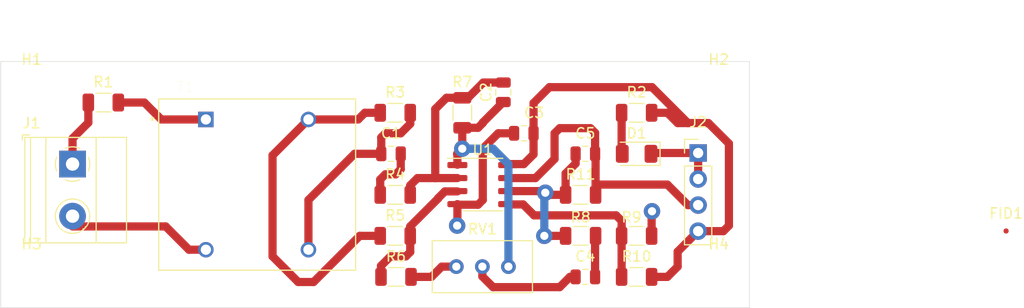
<source format=kicad_pcb>
(kicad_pcb (version 20171130) (host pcbnew "(5.1.9)-1")

  (general
    (thickness 1.6)
    (drawings 6)
    (tracks 146)
    (zones 0)
    (modules 27)
    (nets 18)
  )

  (page A4)
  (title_block
    (title "ZMPT101B - Sensor De Voltaje AC")
    (date 2021-04-08)
    (rev 1)
    (company "Creative Commons Attribution-NonCommercial-ShareAlike 4.0 International License")
    (comment 1 "Revisor: Felipe Calcavecchia")
    (comment 2 "Autor: Cristian Trinidad")
  )

  (layers
    (0 F.Cu signal)
    (31 B.Cu signal)
    (32 B.Adhes user)
    (33 F.Adhes user)
    (34 B.Paste user)
    (35 F.Paste user)
    (36 B.SilkS user)
    (37 F.SilkS user)
    (38 B.Mask user)
    (39 F.Mask user)
    (40 Dwgs.User user)
    (41 Cmts.User user)
    (42 Eco1.User user)
    (43 Eco2.User user)
    (44 Edge.Cuts user)
    (45 Margin user)
    (46 B.CrtYd user hide)
    (47 F.CrtYd user)
    (48 B.Fab user)
    (49 F.Fab user hide)
  )

  (setup
    (last_trace_width 0.8)
    (user_trace_width 0.8)
    (user_trace_width 1)
    (user_trace_width 1.2)
    (trace_clearance 0.5)
    (zone_clearance 0.508)
    (zone_45_only no)
    (trace_min 0.2)
    (via_size 0.8)
    (via_drill 0.4)
    (via_min_size 0.4)
    (via_min_drill 0.3)
    (user_via 1.6 0.8)
    (user_via 2 1)
    (uvia_size 0.3)
    (uvia_drill 0.1)
    (uvias_allowed no)
    (uvia_min_size 0.2)
    (uvia_min_drill 0.1)
    (edge_width 0.05)
    (segment_width 0.2)
    (pcb_text_width 0.3)
    (pcb_text_size 1.5 1.5)
    (mod_edge_width 0.12)
    (mod_text_size 1 1)
    (mod_text_width 0.15)
    (pad_size 1.524 1.524)
    (pad_drill 0.762)
    (pad_to_mask_clearance 0)
    (aux_axis_origin 0 0)
    (visible_elements 7FFFFFFF)
    (pcbplotparams
      (layerselection 0x010fc_ffffffff)
      (usegerberextensions false)
      (usegerberattributes true)
      (usegerberadvancedattributes true)
      (creategerberjobfile true)
      (excludeedgelayer true)
      (linewidth 0.100000)
      (plotframeref false)
      (viasonmask false)
      (mode 1)
      (useauxorigin false)
      (hpglpennumber 1)
      (hpglpenspeed 20)
      (hpglpendiameter 15.000000)
      (psnegative false)
      (psa4output false)
      (plotreference true)
      (plotvalue true)
      (plotinvisibletext false)
      (padsonsilk false)
      (subtractmaskfromsilk false)
      (outputformat 1)
      (mirror false)
      (drillshape 1)
      (scaleselection 1)
      (outputdirectory ""))
  )

  (net 0 "")
  (net 1 "Net-(C1-Pad1)")
  (net 2 "Net-(C1-Pad2)")
  (net 3 "Net-(C2-Pad2)")
  (net 4 "Net-(C2-Pad1)")
  (net 5 +5V)
  (net 6 GND)
  (net 7 "Net-(C4-Pad1)")
  (net 8 "Net-(C4-Pad2)")
  (net 9 "Net-(C5-Pad2)")
  (net 10 /OUT)
  (net 11 "Net-(D1-Pad2)")
  (net 12 "Net-(J1-Pad1)")
  (net 13 "Net-(J1-Pad2)")
  (net 14 "Net-(R1-Pad1)")
  (net 15 "Net-(R3-Pad2)")
  (net 16 "Net-(R5-Pad1)")
  (net 17 "Net-(R10-Pad2)")

  (net_class Default "This is the default net class."
    (clearance 0.5)
    (trace_width 0.25)
    (via_dia 0.8)
    (via_drill 0.4)
    (uvia_dia 0.3)
    (uvia_drill 0.1)
    (add_net +5V)
    (add_net /OUT)
    (add_net GND)
    (add_net "Net-(C1-Pad1)")
    (add_net "Net-(C1-Pad2)")
    (add_net "Net-(C2-Pad1)")
    (add_net "Net-(C2-Pad2)")
    (add_net "Net-(C4-Pad1)")
    (add_net "Net-(C4-Pad2)")
    (add_net "Net-(C5-Pad2)")
    (add_net "Net-(D1-Pad2)")
    (add_net "Net-(J1-Pad1)")
    (add_net "Net-(J1-Pad2)")
    (add_net "Net-(R1-Pad1)")
    (add_net "Net-(R10-Pad2)")
    (add_net "Net-(R3-Pad2)")
    (add_net "Net-(R5-Pad1)")
  )

  (module Capacitor_SMD:C_0805_2012Metric (layer F.Cu) (tedit 5F68FEEE) (tstamp 606EAA01)
    (at 150.05 96 180)
    (descr "Capacitor SMD 0805 (2012 Metric), square (rectangular) end terminal, IPC_7351 nominal, (Body size source: IPC-SM-782 page 76, https://www.pcb-3d.com/wordpress/wp-content/uploads/ipc-sm-782a_amendment_1_and_2.pdf, https://docs.google.com/spreadsheets/d/1BsfQQcO9C6DZCsRaXUlFlo91Tg2WpOkGARC1WS5S8t0/edit?usp=sharing), generated with kicad-footprint-generator")
    (tags capacitor)
    (path /605606A8)
    (attr smd)
    (fp_text reference C1 (at 0 2) (layer F.SilkS)
      (effects (font (size 1 1) (thickness 0.15)))
    )
    (fp_text value 1u (at 0 1.68) (layer F.Fab)
      (effects (font (size 1 1) (thickness 0.15)))
    )
    (fp_line (start -1 0.625) (end -1 -0.625) (layer F.Fab) (width 0.1))
    (fp_line (start -1 -0.625) (end 1 -0.625) (layer F.Fab) (width 0.1))
    (fp_line (start 1 -0.625) (end 1 0.625) (layer F.Fab) (width 0.1))
    (fp_line (start 1 0.625) (end -1 0.625) (layer F.Fab) (width 0.1))
    (fp_line (start -0.261252 -0.735) (end 0.261252 -0.735) (layer F.SilkS) (width 0.12))
    (fp_line (start -0.261252 0.735) (end 0.261252 0.735) (layer F.SilkS) (width 0.12))
    (fp_line (start -1.7 0.98) (end -1.7 -0.98) (layer F.CrtYd) (width 0.05))
    (fp_line (start -1.7 -0.98) (end 1.7 -0.98) (layer F.CrtYd) (width 0.05))
    (fp_line (start 1.7 -0.98) (end 1.7 0.98) (layer F.CrtYd) (width 0.05))
    (fp_line (start 1.7 0.98) (end -1.7 0.98) (layer F.CrtYd) (width 0.05))
    (fp_text user %R (at 0 0) (layer F.Fab)
      (effects (font (size 0.5 0.5) (thickness 0.08)))
    )
    (pad 1 smd roundrect (at -0.95 0 180) (size 1 1.45) (layers F.Cu F.Paste F.Mask) (roundrect_rratio 0.25)
      (net 1 "Net-(C1-Pad1)"))
    (pad 2 smd roundrect (at 0.95 0 180) (size 1 1.45) (layers F.Cu F.Paste F.Mask) (roundrect_rratio 0.25)
      (net 2 "Net-(C1-Pad2)"))
    (model ${KISYS3DMOD}/Capacitor_SMD.3dshapes/C_0805_2012Metric.wrl
      (at (xyz 0 0 0))
      (scale (xyz 1 1 1))
      (rotate (xyz 0 0 0))
    )
  )

  (module Capacitor_SMD:C_0805_2012Metric (layer F.Cu) (tedit 5F68FEEE) (tstamp 606EAA12)
    (at 161 90 90)
    (descr "Capacitor SMD 0805 (2012 Metric), square (rectangular) end terminal, IPC_7351 nominal, (Body size source: IPC-SM-782 page 76, https://www.pcb-3d.com/wordpress/wp-content/uploads/ipc-sm-782a_amendment_1_and_2.pdf, https://docs.google.com/spreadsheets/d/1BsfQQcO9C6DZCsRaXUlFlo91Tg2WpOkGARC1WS5S8t0/edit?usp=sharing), generated with kicad-footprint-generator")
    (tags capacitor)
    (path /6056107D)
    (attr smd)
    (fp_text reference C2 (at 0 -1.68 90) (layer F.SilkS)
      (effects (font (size 1 1) (thickness 0.15)))
    )
    (fp_text value 1n (at 0 1.68 90) (layer F.Fab)
      (effects (font (size 1 1) (thickness 0.15)))
    )
    (fp_line (start 1.7 0.98) (end -1.7 0.98) (layer F.CrtYd) (width 0.05))
    (fp_line (start 1.7 -0.98) (end 1.7 0.98) (layer F.CrtYd) (width 0.05))
    (fp_line (start -1.7 -0.98) (end 1.7 -0.98) (layer F.CrtYd) (width 0.05))
    (fp_line (start -1.7 0.98) (end -1.7 -0.98) (layer F.CrtYd) (width 0.05))
    (fp_line (start -0.261252 0.735) (end 0.261252 0.735) (layer F.SilkS) (width 0.12))
    (fp_line (start -0.261252 -0.735) (end 0.261252 -0.735) (layer F.SilkS) (width 0.12))
    (fp_line (start 1 0.625) (end -1 0.625) (layer F.Fab) (width 0.1))
    (fp_line (start 1 -0.625) (end 1 0.625) (layer F.Fab) (width 0.1))
    (fp_line (start -1 -0.625) (end 1 -0.625) (layer F.Fab) (width 0.1))
    (fp_line (start -1 0.625) (end -1 -0.625) (layer F.Fab) (width 0.1))
    (fp_text user %R (at 0 0 90) (layer F.Fab)
      (effects (font (size 0.5 0.5) (thickness 0.08)))
    )
    (pad 2 smd roundrect (at 0.95 0 90) (size 1 1.45) (layers F.Cu F.Paste F.Mask) (roundrect_rratio 0.25)
      (net 3 "Net-(C2-Pad2)"))
    (pad 1 smd roundrect (at -0.95 0 90) (size 1 1.45) (layers F.Cu F.Paste F.Mask) (roundrect_rratio 0.25)
      (net 4 "Net-(C2-Pad1)"))
    (model ${KISYS3DMOD}/Capacitor_SMD.3dshapes/C_0805_2012Metric.wrl
      (at (xyz 0 0 0))
      (scale (xyz 1 1 1))
      (rotate (xyz 0 0 0))
    )
  )

  (module Capacitor_SMD:C_0805_2012Metric (layer F.Cu) (tedit 5F68FEEE) (tstamp 606EB311)
    (at 163 94 180)
    (descr "Capacitor SMD 0805 (2012 Metric), square (rectangular) end terminal, IPC_7351 nominal, (Body size source: IPC-SM-782 page 76, https://www.pcb-3d.com/wordpress/wp-content/uploads/ipc-sm-782a_amendment_1_and_2.pdf, https://docs.google.com/spreadsheets/d/1BsfQQcO9C6DZCsRaXUlFlo91Tg2WpOkGARC1WS5S8t0/edit?usp=sharing), generated with kicad-footprint-generator")
    (tags capacitor)
    (path /60562FDF)
    (attr smd)
    (fp_text reference C3 (at -1 2) (layer F.SilkS)
      (effects (font (size 1 1) (thickness 0.15)))
    )
    (fp_text value 1n (at 0 1.68) (layer F.Fab)
      (effects (font (size 1 1) (thickness 0.15)))
    )
    (fp_line (start -1 0.625) (end -1 -0.625) (layer F.Fab) (width 0.1))
    (fp_line (start -1 -0.625) (end 1 -0.625) (layer F.Fab) (width 0.1))
    (fp_line (start 1 -0.625) (end 1 0.625) (layer F.Fab) (width 0.1))
    (fp_line (start 1 0.625) (end -1 0.625) (layer F.Fab) (width 0.1))
    (fp_line (start -0.261252 -0.735) (end 0.261252 -0.735) (layer F.SilkS) (width 0.12))
    (fp_line (start -0.261252 0.735) (end 0.261252 0.735) (layer F.SilkS) (width 0.12))
    (fp_line (start -1.7 0.98) (end -1.7 -0.98) (layer F.CrtYd) (width 0.05))
    (fp_line (start -1.7 -0.98) (end 1.7 -0.98) (layer F.CrtYd) (width 0.05))
    (fp_line (start 1.7 -0.98) (end 1.7 0.98) (layer F.CrtYd) (width 0.05))
    (fp_line (start 1.7 0.98) (end -1.7 0.98) (layer F.CrtYd) (width 0.05))
    (fp_text user %R (at 0 0) (layer F.Fab)
      (effects (font (size 0.5 0.5) (thickness 0.08)))
    )
    (pad 1 smd roundrect (at -0.95 0 180) (size 1 1.45) (layers F.Cu F.Paste F.Mask) (roundrect_rratio 0.25)
      (net 5 +5V))
    (pad 2 smd roundrect (at 0.95 0 180) (size 1 1.45) (layers F.Cu F.Paste F.Mask) (roundrect_rratio 0.25)
      (net 6 GND))
    (model ${KISYS3DMOD}/Capacitor_SMD.3dshapes/C_0805_2012Metric.wrl
      (at (xyz 0 0 0))
      (scale (xyz 1 1 1))
      (rotate (xyz 0 0 0))
    )
  )

  (module Capacitor_SMD:C_0805_2012Metric (layer F.Cu) (tedit 5F68FEEE) (tstamp 606EB455)
    (at 169 108 180)
    (descr "Capacitor SMD 0805 (2012 Metric), square (rectangular) end terminal, IPC_7351 nominal, (Body size source: IPC-SM-782 page 76, https://www.pcb-3d.com/wordpress/wp-content/uploads/ipc-sm-782a_amendment_1_and_2.pdf, https://docs.google.com/spreadsheets/d/1BsfQQcO9C6DZCsRaXUlFlo91Tg2WpOkGARC1WS5S8t0/edit?usp=sharing), generated with kicad-footprint-generator")
    (tags capacitor)
    (path /605619EC)
    (attr smd)
    (fp_text reference C4 (at 0 2) (layer F.SilkS)
      (effects (font (size 1 1) (thickness 0.15)))
    )
    (fp_text value 1u (at 0 1.68) (layer F.Fab)
      (effects (font (size 1 1) (thickness 0.15)))
    )
    (fp_line (start -1 0.625) (end -1 -0.625) (layer F.Fab) (width 0.1))
    (fp_line (start -1 -0.625) (end 1 -0.625) (layer F.Fab) (width 0.1))
    (fp_line (start 1 -0.625) (end 1 0.625) (layer F.Fab) (width 0.1))
    (fp_line (start 1 0.625) (end -1 0.625) (layer F.Fab) (width 0.1))
    (fp_line (start -0.261252 -0.735) (end 0.261252 -0.735) (layer F.SilkS) (width 0.12))
    (fp_line (start -0.261252 0.735) (end 0.261252 0.735) (layer F.SilkS) (width 0.12))
    (fp_line (start -1.7 0.98) (end -1.7 -0.98) (layer F.CrtYd) (width 0.05))
    (fp_line (start -1.7 -0.98) (end 1.7 -0.98) (layer F.CrtYd) (width 0.05))
    (fp_line (start 1.7 -0.98) (end 1.7 0.98) (layer F.CrtYd) (width 0.05))
    (fp_line (start 1.7 0.98) (end -1.7 0.98) (layer F.CrtYd) (width 0.05))
    (fp_text user %R (at 0 0) (layer F.Fab)
      (effects (font (size 0.5 0.5) (thickness 0.08)))
    )
    (pad 1 smd roundrect (at -0.95 0 180) (size 1 1.45) (layers F.Cu F.Paste F.Mask) (roundrect_rratio 0.25)
      (net 7 "Net-(C4-Pad1)"))
    (pad 2 smd roundrect (at 0.95 0 180) (size 1 1.45) (layers F.Cu F.Paste F.Mask) (roundrect_rratio 0.25)
      (net 8 "Net-(C4-Pad2)"))
    (model ${KISYS3DMOD}/Capacitor_SMD.3dshapes/C_0805_2012Metric.wrl
      (at (xyz 0 0 0))
      (scale (xyz 1 1 1))
      (rotate (xyz 0 0 0))
    )
  )

  (module Capacitor_SMD:C_0805_2012Metric (layer F.Cu) (tedit 5F68FEEE) (tstamp 606EB28F)
    (at 169 96 180)
    (descr "Capacitor SMD 0805 (2012 Metric), square (rectangular) end terminal, IPC_7351 nominal, (Body size source: IPC-SM-782 page 76, https://www.pcb-3d.com/wordpress/wp-content/uploads/ipc-sm-782a_amendment_1_and_2.pdf, https://docs.google.com/spreadsheets/d/1BsfQQcO9C6DZCsRaXUlFlo91Tg2WpOkGARC1WS5S8t0/edit?usp=sharing), generated with kicad-footprint-generator")
    (tags capacitor)
    (path /605622C8)
    (attr smd)
    (fp_text reference C5 (at 0 2) (layer F.SilkS)
      (effects (font (size 1 1) (thickness 0.15)))
    )
    (fp_text value 1n (at 0 1.68) (layer F.Fab)
      (effects (font (size 1 1) (thickness 0.15)))
    )
    (fp_line (start 1.7 0.98) (end -1.7 0.98) (layer F.CrtYd) (width 0.05))
    (fp_line (start 1.7 -0.98) (end 1.7 0.98) (layer F.CrtYd) (width 0.05))
    (fp_line (start -1.7 -0.98) (end 1.7 -0.98) (layer F.CrtYd) (width 0.05))
    (fp_line (start -1.7 0.98) (end -1.7 -0.98) (layer F.CrtYd) (width 0.05))
    (fp_line (start -0.261252 0.735) (end 0.261252 0.735) (layer F.SilkS) (width 0.12))
    (fp_line (start -0.261252 -0.735) (end 0.261252 -0.735) (layer F.SilkS) (width 0.12))
    (fp_line (start 1 0.625) (end -1 0.625) (layer F.Fab) (width 0.1))
    (fp_line (start 1 -0.625) (end 1 0.625) (layer F.Fab) (width 0.1))
    (fp_line (start -1 -0.625) (end 1 -0.625) (layer F.Fab) (width 0.1))
    (fp_line (start -1 0.625) (end -1 -0.625) (layer F.Fab) (width 0.1))
    (fp_text user %R (at 0 0) (layer F.Fab)
      (effects (font (size 0.5 0.5) (thickness 0.08)))
    )
    (pad 2 smd roundrect (at 0.95 0 180) (size 1 1.45) (layers F.Cu F.Paste F.Mask) (roundrect_rratio 0.25)
      (net 9 "Net-(C5-Pad2)"))
    (pad 1 smd roundrect (at -0.95 0 180) (size 1 1.45) (layers F.Cu F.Paste F.Mask) (roundrect_rratio 0.25)
      (net 10 /OUT))
    (model ${KISYS3DMOD}/Capacitor_SMD.3dshapes/C_0805_2012Metric.wrl
      (at (xyz 0 0 0))
      (scale (xyz 1 1 1))
      (rotate (xyz 0 0 0))
    )
  )

  (module LED_SMD:LED_1206_3216Metric (layer F.Cu) (tedit 5F68FEF1) (tstamp 606EAA58)
    (at 174 96 180)
    (descr "LED SMD 1206 (3216 Metric), square (rectangular) end terminal, IPC_7351 nominal, (Body size source: http://www.tortai-tech.com/upload/download/2011102023233369053.pdf), generated with kicad-footprint-generator")
    (tags LED)
    (path /605638A9)
    (attr smd)
    (fp_text reference D1 (at 0 2) (layer F.SilkS)
      (effects (font (size 1 1) (thickness 0.15)))
    )
    (fp_text value LED_ALT (at 0 1.82) (layer F.Fab)
      (effects (font (size 1 1) (thickness 0.15)))
    )
    (fp_line (start 1.6 -0.8) (end -1.2 -0.8) (layer F.Fab) (width 0.1))
    (fp_line (start -1.2 -0.8) (end -1.6 -0.4) (layer F.Fab) (width 0.1))
    (fp_line (start -1.6 -0.4) (end -1.6 0.8) (layer F.Fab) (width 0.1))
    (fp_line (start -1.6 0.8) (end 1.6 0.8) (layer F.Fab) (width 0.1))
    (fp_line (start 1.6 0.8) (end 1.6 -0.8) (layer F.Fab) (width 0.1))
    (fp_line (start 1.6 -1.135) (end -2.285 -1.135) (layer F.SilkS) (width 0.12))
    (fp_line (start -2.285 -1.135) (end -2.285 1.135) (layer F.SilkS) (width 0.12))
    (fp_line (start -2.285 1.135) (end 1.6 1.135) (layer F.SilkS) (width 0.12))
    (fp_line (start -2.28 1.12) (end -2.28 -1.12) (layer F.CrtYd) (width 0.05))
    (fp_line (start -2.28 -1.12) (end 2.28 -1.12) (layer F.CrtYd) (width 0.05))
    (fp_line (start 2.28 -1.12) (end 2.28 1.12) (layer F.CrtYd) (width 0.05))
    (fp_line (start 2.28 1.12) (end -2.28 1.12) (layer F.CrtYd) (width 0.05))
    (fp_text user %R (at 0 0) (layer F.Fab)
      (effects (font (size 0.8 0.8) (thickness 0.12)))
    )
    (pad 1 smd roundrect (at -1.4 0 180) (size 1.25 1.75) (layers F.Cu F.Paste F.Mask) (roundrect_rratio 0.2)
      (net 6 GND))
    (pad 2 smd roundrect (at 1.4 0 180) (size 1.25 1.75) (layers F.Cu F.Paste F.Mask) (roundrect_rratio 0.2)
      (net 11 "Net-(D1-Pad2)"))
    (model ${KISYS3DMOD}/LED_SMD.3dshapes/LED_1206_3216Metric.wrl
      (at (xyz 0 0 0))
      (scale (xyz 1 1 1))
      (rotate (xyz 0 0 0))
    )
  )

  (module TerminalBlock_Phoenix:TerminalBlock_Phoenix_MKDS-1,5-2-5.08_1x02_P5.08mm_Horizontal (layer F.Cu) (tedit 5B294EBC) (tstamp 606EAA84)
    (at 119 97 270)
    (descr "Terminal Block Phoenix MKDS-1,5-2-5.08, 2 pins, pitch 5.08mm, size 10.2x9.8mm^2, drill diamater 1.3mm, pad diameter 2.6mm, see http://www.farnell.com/datasheets/100425.pdf, script-generated using https://github.com/pointhi/kicad-footprint-generator/scripts/TerminalBlock_Phoenix")
    (tags "THT Terminal Block Phoenix MKDS-1,5-2-5.08 pitch 5.08mm size 10.2x9.8mm^2 drill 1.3mm pad 2.6mm")
    (path /6056CAEF)
    (fp_text reference J1 (at -4 4 180) (layer F.SilkS)
      (effects (font (size 1 1) (thickness 0.15)))
    )
    (fp_text value Conn_01x02 (at 2.54 5.66 90) (layer F.Fab)
      (effects (font (size 1 1) (thickness 0.15)))
    )
    (fp_circle (center 0 0) (end 1.5 0) (layer F.Fab) (width 0.1))
    (fp_circle (center 5.08 0) (end 6.58 0) (layer F.Fab) (width 0.1))
    (fp_circle (center 5.08 0) (end 6.76 0) (layer F.SilkS) (width 0.12))
    (fp_line (start -2.54 -5.2) (end 7.62 -5.2) (layer F.Fab) (width 0.1))
    (fp_line (start 7.62 -5.2) (end 7.62 4.6) (layer F.Fab) (width 0.1))
    (fp_line (start 7.62 4.6) (end -2.04 4.6) (layer F.Fab) (width 0.1))
    (fp_line (start -2.04 4.6) (end -2.54 4.1) (layer F.Fab) (width 0.1))
    (fp_line (start -2.54 4.1) (end -2.54 -5.2) (layer F.Fab) (width 0.1))
    (fp_line (start -2.54 4.1) (end 7.62 4.1) (layer F.Fab) (width 0.1))
    (fp_line (start -2.6 4.1) (end 7.68 4.1) (layer F.SilkS) (width 0.12))
    (fp_line (start -2.54 2.6) (end 7.62 2.6) (layer F.Fab) (width 0.1))
    (fp_line (start -2.6 2.6) (end 7.68 2.6) (layer F.SilkS) (width 0.12))
    (fp_line (start -2.54 -2.3) (end 7.62 -2.3) (layer F.Fab) (width 0.1))
    (fp_line (start -2.6 -2.301) (end 7.68 -2.301) (layer F.SilkS) (width 0.12))
    (fp_line (start -2.6 -5.261) (end 7.68 -5.261) (layer F.SilkS) (width 0.12))
    (fp_line (start -2.6 4.66) (end 7.68 4.66) (layer F.SilkS) (width 0.12))
    (fp_line (start -2.6 -5.261) (end -2.6 4.66) (layer F.SilkS) (width 0.12))
    (fp_line (start 7.68 -5.261) (end 7.68 4.66) (layer F.SilkS) (width 0.12))
    (fp_line (start 1.138 -0.955) (end -0.955 1.138) (layer F.Fab) (width 0.1))
    (fp_line (start 0.955 -1.138) (end -1.138 0.955) (layer F.Fab) (width 0.1))
    (fp_line (start 6.218 -0.955) (end 4.126 1.138) (layer F.Fab) (width 0.1))
    (fp_line (start 6.035 -1.138) (end 3.943 0.955) (layer F.Fab) (width 0.1))
    (fp_line (start 6.355 -1.069) (end 6.308 -1.023) (layer F.SilkS) (width 0.12))
    (fp_line (start 4.046 1.239) (end 4.011 1.274) (layer F.SilkS) (width 0.12))
    (fp_line (start 6.15 -1.275) (end 6.115 -1.239) (layer F.SilkS) (width 0.12))
    (fp_line (start 3.853 1.023) (end 3.806 1.069) (layer F.SilkS) (width 0.12))
    (fp_line (start -2.84 4.16) (end -2.84 4.9) (layer F.SilkS) (width 0.12))
    (fp_line (start -2.84 4.9) (end -2.34 4.9) (layer F.SilkS) (width 0.12))
    (fp_line (start -3.04 -5.71) (end -3.04 5.1) (layer F.CrtYd) (width 0.05))
    (fp_line (start -3.04 5.1) (end 8.13 5.1) (layer F.CrtYd) (width 0.05))
    (fp_line (start 8.13 5.1) (end 8.13 -5.71) (layer F.CrtYd) (width 0.05))
    (fp_line (start 8.13 -5.71) (end -3.04 -5.71) (layer F.CrtYd) (width 0.05))
    (fp_arc (start 0 0) (end 0 1.68) (angle -24) (layer F.SilkS) (width 0.12))
    (fp_arc (start 0 0) (end 1.535 0.684) (angle -48) (layer F.SilkS) (width 0.12))
    (fp_arc (start 0 0) (end 0.684 -1.535) (angle -48) (layer F.SilkS) (width 0.12))
    (fp_arc (start 0 0) (end -1.535 -0.684) (angle -48) (layer F.SilkS) (width 0.12))
    (fp_arc (start 0 0) (end -0.684 1.535) (angle -25) (layer F.SilkS) (width 0.12))
    (fp_text user %R (at 2.54 3.2 90) (layer F.Fab)
      (effects (font (size 1 1) (thickness 0.15)))
    )
    (pad 1 thru_hole rect (at 0 0 270) (size 2.6 2.6) (drill 1.3) (layers *.Cu *.Mask)
      (net 12 "Net-(J1-Pad1)"))
    (pad 2 thru_hole circle (at 5.08 0 270) (size 2.6 2.6) (drill 1.3) (layers *.Cu *.Mask)
      (net 13 "Net-(J1-Pad2)"))
    (model ${KISYS3DMOD}/TerminalBlock_Phoenix.3dshapes/TerminalBlock_Phoenix_MKDS-1,5-2-5.08_1x02_P5.08mm_Horizontal.wrl
      (at (xyz 0 0 0))
      (scale (xyz 1 1 1))
      (rotate (xyz 0 0 0))
    )
  )

  (module Connector_PinHeader_2.54mm:PinHeader_1x04_P2.54mm_Vertical (layer F.Cu) (tedit 59FED5CC) (tstamp 606FAA3C)
    (at 180 95.92)
    (descr "Through hole straight pin header, 1x04, 2.54mm pitch, single row")
    (tags "Through hole pin header THT 1x04 2.54mm single row")
    (path /6056D96D)
    (fp_text reference J2 (at 0 -3) (layer F.SilkS)
      (effects (font (size 1 1) (thickness 0.15)))
    )
    (fp_text value Conn_01x04 (at 0 9.95) (layer F.Fab)
      (effects (font (size 1 1) (thickness 0.15)))
    )
    (fp_line (start -0.635 -1.27) (end 1.27 -1.27) (layer F.Fab) (width 0.1))
    (fp_line (start 1.27 -1.27) (end 1.27 8.89) (layer F.Fab) (width 0.1))
    (fp_line (start 1.27 8.89) (end -1.27 8.89) (layer F.Fab) (width 0.1))
    (fp_line (start -1.27 8.89) (end -1.27 -0.635) (layer F.Fab) (width 0.1))
    (fp_line (start -1.27 -0.635) (end -0.635 -1.27) (layer F.Fab) (width 0.1))
    (fp_line (start -1.33 8.95) (end 1.33 8.95) (layer F.SilkS) (width 0.12))
    (fp_line (start -1.33 1.27) (end -1.33 8.95) (layer F.SilkS) (width 0.12))
    (fp_line (start 1.33 1.27) (end 1.33 8.95) (layer F.SilkS) (width 0.12))
    (fp_line (start -1.33 1.27) (end 1.33 1.27) (layer F.SilkS) (width 0.12))
    (fp_line (start -1.33 0) (end -1.33 -1.33) (layer F.SilkS) (width 0.12))
    (fp_line (start -1.33 -1.33) (end 0 -1.33) (layer F.SilkS) (width 0.12))
    (fp_line (start -1.8 -1.8) (end -1.8 9.4) (layer F.CrtYd) (width 0.05))
    (fp_line (start -1.8 9.4) (end 1.8 9.4) (layer F.CrtYd) (width 0.05))
    (fp_line (start 1.8 9.4) (end 1.8 -1.8) (layer F.CrtYd) (width 0.05))
    (fp_line (start 1.8 -1.8) (end -1.8 -1.8) (layer F.CrtYd) (width 0.05))
    (fp_text user %R (at 0 3.81 90) (layer F.Fab)
      (effects (font (size 1 1) (thickness 0.15)))
    )
    (pad 1 thru_hole rect (at 0 0) (size 1.7 1.7) (drill 1) (layers *.Cu *.Mask)
      (net 6 GND))
    (pad 2 thru_hole oval (at 0 2.54) (size 1.7 1.7) (drill 1) (layers *.Cu *.Mask)
      (net 6 GND))
    (pad 3 thru_hole oval (at 0 5.08) (size 1.7 1.7) (drill 1) (layers *.Cu *.Mask)
      (net 10 /OUT))
    (pad 4 thru_hole oval (at 0 7.62) (size 1.7 1.7) (drill 1) (layers *.Cu *.Mask)
      (net 5 +5V))
    (model ${KISYS3DMOD}/Connector_PinHeader_2.54mm.3dshapes/PinHeader_1x04_P2.54mm_Vertical.wrl
      (at (xyz 0 0 0))
      (scale (xyz 1 1 1))
      (rotate (xyz 0 0 0))
    )
  )

  (module Resistor_SMD:R_1206_3216Metric (layer F.Cu) (tedit 5F68FEEE) (tstamp 606EAAAD)
    (at 122 91 180)
    (descr "Resistor SMD 1206 (3216 Metric), square (rectangular) end terminal, IPC_7351 nominal, (Body size source: IPC-SM-782 page 72, https://www.pcb-3d.com/wordpress/wp-content/uploads/ipc-sm-782a_amendment_1_and_2.pdf), generated with kicad-footprint-generator")
    (tags resistor)
    (path /605552F6)
    (attr smd)
    (fp_text reference R1 (at 0 2) (layer F.SilkS)
      (effects (font (size 1 1) (thickness 0.15)))
    )
    (fp_text value 820K (at 0 1.82) (layer F.Fab)
      (effects (font (size 1 1) (thickness 0.15)))
    )
    (fp_line (start -1.6 0.8) (end -1.6 -0.8) (layer F.Fab) (width 0.1))
    (fp_line (start -1.6 -0.8) (end 1.6 -0.8) (layer F.Fab) (width 0.1))
    (fp_line (start 1.6 -0.8) (end 1.6 0.8) (layer F.Fab) (width 0.1))
    (fp_line (start 1.6 0.8) (end -1.6 0.8) (layer F.Fab) (width 0.1))
    (fp_line (start -0.727064 -0.91) (end 0.727064 -0.91) (layer F.SilkS) (width 0.12))
    (fp_line (start -0.727064 0.91) (end 0.727064 0.91) (layer F.SilkS) (width 0.12))
    (fp_line (start -2.28 1.12) (end -2.28 -1.12) (layer F.CrtYd) (width 0.05))
    (fp_line (start -2.28 -1.12) (end 2.28 -1.12) (layer F.CrtYd) (width 0.05))
    (fp_line (start 2.28 -1.12) (end 2.28 1.12) (layer F.CrtYd) (width 0.05))
    (fp_line (start 2.28 1.12) (end -2.28 1.12) (layer F.CrtYd) (width 0.05))
    (fp_text user %R (at 0 0) (layer F.Fab)
      (effects (font (size 0.8 0.8) (thickness 0.12)))
    )
    (pad 1 smd roundrect (at -1.4625 0 180) (size 1.125 1.75) (layers F.Cu F.Paste F.Mask) (roundrect_rratio 0.222222)
      (net 14 "Net-(R1-Pad1)"))
    (pad 2 smd roundrect (at 1.4625 0 180) (size 1.125 1.75) (layers F.Cu F.Paste F.Mask) (roundrect_rratio 0.222222)
      (net 12 "Net-(J1-Pad1)"))
    (model ${KISYS3DMOD}/Resistor_SMD.3dshapes/R_1206_3216Metric.wrl
      (at (xyz 0 0 0))
      (scale (xyz 1 1 1))
      (rotate (xyz 0 0 0))
    )
  )

  (module Resistor_SMD:R_1206_3216Metric (layer F.Cu) (tedit 5F68FEEE) (tstamp 606EAF5C)
    (at 174 92 180)
    (descr "Resistor SMD 1206 (3216 Metric), square (rectangular) end terminal, IPC_7351 nominal, (Body size source: IPC-SM-782 page 72, https://www.pcb-3d.com/wordpress/wp-content/uploads/ipc-sm-782a_amendment_1_and_2.pdf), generated with kicad-footprint-generator")
    (tags resistor)
    (path /60559505)
    (attr smd)
    (fp_text reference R2 (at 0 2) (layer F.SilkS)
      (effects (font (size 1 1) (thickness 0.15)))
    )
    (fp_text value 1K (at 0 1.82) (layer F.Fab)
      (effects (font (size 1 1) (thickness 0.15)))
    )
    (fp_line (start 2.28 1.12) (end -2.28 1.12) (layer F.CrtYd) (width 0.05))
    (fp_line (start 2.28 -1.12) (end 2.28 1.12) (layer F.CrtYd) (width 0.05))
    (fp_line (start -2.28 -1.12) (end 2.28 -1.12) (layer F.CrtYd) (width 0.05))
    (fp_line (start -2.28 1.12) (end -2.28 -1.12) (layer F.CrtYd) (width 0.05))
    (fp_line (start -0.727064 0.91) (end 0.727064 0.91) (layer F.SilkS) (width 0.12))
    (fp_line (start -0.727064 -0.91) (end 0.727064 -0.91) (layer F.SilkS) (width 0.12))
    (fp_line (start 1.6 0.8) (end -1.6 0.8) (layer F.Fab) (width 0.1))
    (fp_line (start 1.6 -0.8) (end 1.6 0.8) (layer F.Fab) (width 0.1))
    (fp_line (start -1.6 -0.8) (end 1.6 -0.8) (layer F.Fab) (width 0.1))
    (fp_line (start -1.6 0.8) (end -1.6 -0.8) (layer F.Fab) (width 0.1))
    (fp_text user %R (at 0 0) (layer F.Fab)
      (effects (font (size 0.8 0.8) (thickness 0.12)))
    )
    (pad 2 smd roundrect (at 1.4625 0 180) (size 1.125 1.75) (layers F.Cu F.Paste F.Mask) (roundrect_rratio 0.222222)
      (net 11 "Net-(D1-Pad2)"))
    (pad 1 smd roundrect (at -1.4625 0 180) (size 1.125 1.75) (layers F.Cu F.Paste F.Mask) (roundrect_rratio 0.222222)
      (net 5 +5V))
    (model ${KISYS3DMOD}/Resistor_SMD.3dshapes/R_1206_3216Metric.wrl
      (at (xyz 0 0 0))
      (scale (xyz 1 1 1))
      (rotate (xyz 0 0 0))
    )
  )

  (module Resistor_SMD:R_1206_3216Metric (layer F.Cu) (tedit 5F68FEEE) (tstamp 606EAACF)
    (at 150.4625 92 180)
    (descr "Resistor SMD 1206 (3216 Metric), square (rectangular) end terminal, IPC_7351 nominal, (Body size source: IPC-SM-782 page 72, https://www.pcb-3d.com/wordpress/wp-content/uploads/ipc-sm-782a_amendment_1_and_2.pdf), generated with kicad-footprint-generator")
    (tags resistor)
    (path /60555ED0)
    (attr smd)
    (fp_text reference R3 (at 0 2) (layer F.SilkS)
      (effects (font (size 1 1) (thickness 0.15)))
    )
    (fp_text value 100 (at 0 1.82) (layer F.Fab)
      (effects (font (size 1 1) (thickness 0.15)))
    )
    (fp_line (start -1.6 0.8) (end -1.6 -0.8) (layer F.Fab) (width 0.1))
    (fp_line (start -1.6 -0.8) (end 1.6 -0.8) (layer F.Fab) (width 0.1))
    (fp_line (start 1.6 -0.8) (end 1.6 0.8) (layer F.Fab) (width 0.1))
    (fp_line (start 1.6 0.8) (end -1.6 0.8) (layer F.Fab) (width 0.1))
    (fp_line (start -0.727064 -0.91) (end 0.727064 -0.91) (layer F.SilkS) (width 0.12))
    (fp_line (start -0.727064 0.91) (end 0.727064 0.91) (layer F.SilkS) (width 0.12))
    (fp_line (start -2.28 1.12) (end -2.28 -1.12) (layer F.CrtYd) (width 0.05))
    (fp_line (start -2.28 -1.12) (end 2.28 -1.12) (layer F.CrtYd) (width 0.05))
    (fp_line (start 2.28 -1.12) (end 2.28 1.12) (layer F.CrtYd) (width 0.05))
    (fp_line (start 2.28 1.12) (end -2.28 1.12) (layer F.CrtYd) (width 0.05))
    (fp_text user %R (at 0 0) (layer F.Fab)
      (effects (font (size 0.8 0.8) (thickness 0.12)))
    )
    (pad 1 smd roundrect (at -1.4625 0 180) (size 1.125 1.75) (layers F.Cu F.Paste F.Mask) (roundrect_rratio 0.222222)
      (net 2 "Net-(C1-Pad2)"))
    (pad 2 smd roundrect (at 1.4625 0 180) (size 1.125 1.75) (layers F.Cu F.Paste F.Mask) (roundrect_rratio 0.222222)
      (net 15 "Net-(R3-Pad2)"))
    (model ${KISYS3DMOD}/Resistor_SMD.3dshapes/R_1206_3216Metric.wrl
      (at (xyz 0 0 0))
      (scale (xyz 1 1 1))
      (rotate (xyz 0 0 0))
    )
  )

  (module Resistor_SMD:R_1206_3216Metric (layer F.Cu) (tedit 5F68FEEE) (tstamp 606EAAE0)
    (at 150.4625 100 180)
    (descr "Resistor SMD 1206 (3216 Metric), square (rectangular) end terminal, IPC_7351 nominal, (Body size source: IPC-SM-782 page 72, https://www.pcb-3d.com/wordpress/wp-content/uploads/ipc-sm-782a_amendment_1_and_2.pdf), generated with kicad-footprint-generator")
    (tags resistor)
    (path /6055648C)
    (attr smd)
    (fp_text reference R4 (at 0 2) (layer F.SilkS)
      (effects (font (size 1 1) (thickness 0.15)))
    )
    (fp_text value 10K (at 0 1.82) (layer F.Fab)
      (effects (font (size 1 1) (thickness 0.15)))
    )
    (fp_line (start 2.28 1.12) (end -2.28 1.12) (layer F.CrtYd) (width 0.05))
    (fp_line (start 2.28 -1.12) (end 2.28 1.12) (layer F.CrtYd) (width 0.05))
    (fp_line (start -2.28 -1.12) (end 2.28 -1.12) (layer F.CrtYd) (width 0.05))
    (fp_line (start -2.28 1.12) (end -2.28 -1.12) (layer F.CrtYd) (width 0.05))
    (fp_line (start -0.727064 0.91) (end 0.727064 0.91) (layer F.SilkS) (width 0.12))
    (fp_line (start -0.727064 -0.91) (end 0.727064 -0.91) (layer F.SilkS) (width 0.12))
    (fp_line (start 1.6 0.8) (end -1.6 0.8) (layer F.Fab) (width 0.1))
    (fp_line (start 1.6 -0.8) (end 1.6 0.8) (layer F.Fab) (width 0.1))
    (fp_line (start -1.6 -0.8) (end 1.6 -0.8) (layer F.Fab) (width 0.1))
    (fp_line (start -1.6 0.8) (end -1.6 -0.8) (layer F.Fab) (width 0.1))
    (fp_text user %R (at 0 0) (layer F.Fab)
      (effects (font (size 0.8 0.8) (thickness 0.12)))
    )
    (pad 2 smd roundrect (at 1.4625 0 180) (size 1.125 1.75) (layers F.Cu F.Paste F.Mask) (roundrect_rratio 0.222222)
      (net 1 "Net-(C1-Pad1)"))
    (pad 1 smd roundrect (at -1.4625 0 180) (size 1.125 1.75) (layers F.Cu F.Paste F.Mask) (roundrect_rratio 0.222222)
      (net 3 "Net-(C2-Pad2)"))
    (model ${KISYS3DMOD}/Resistor_SMD.3dshapes/R_1206_3216Metric.wrl
      (at (xyz 0 0 0))
      (scale (xyz 1 1 1))
      (rotate (xyz 0 0 0))
    )
  )

  (module Resistor_SMD:R_1206_3216Metric (layer F.Cu) (tedit 5F68FEEE) (tstamp 606EAAF1)
    (at 150.4625 104 180)
    (descr "Resistor SMD 1206 (3216 Metric), square (rectangular) end terminal, IPC_7351 nominal, (Body size source: IPC-SM-782 page 72, https://www.pcb-3d.com/wordpress/wp-content/uploads/ipc-sm-782a_amendment_1_and_2.pdf), generated with kicad-footprint-generator")
    (tags resistor)
    (path /60556F0C)
    (attr smd)
    (fp_text reference R5 (at 0 2) (layer F.SilkS)
      (effects (font (size 1 1) (thickness 0.15)))
    )
    (fp_text value 10K (at 0 1.82) (layer F.Fab)
      (effects (font (size 1 1) (thickness 0.15)))
    )
    (fp_line (start 2.28 1.12) (end -2.28 1.12) (layer F.CrtYd) (width 0.05))
    (fp_line (start 2.28 -1.12) (end 2.28 1.12) (layer F.CrtYd) (width 0.05))
    (fp_line (start -2.28 -1.12) (end 2.28 -1.12) (layer F.CrtYd) (width 0.05))
    (fp_line (start -2.28 1.12) (end -2.28 -1.12) (layer F.CrtYd) (width 0.05))
    (fp_line (start -0.727064 0.91) (end 0.727064 0.91) (layer F.SilkS) (width 0.12))
    (fp_line (start -0.727064 -0.91) (end 0.727064 -0.91) (layer F.SilkS) (width 0.12))
    (fp_line (start 1.6 0.8) (end -1.6 0.8) (layer F.Fab) (width 0.1))
    (fp_line (start 1.6 -0.8) (end 1.6 0.8) (layer F.Fab) (width 0.1))
    (fp_line (start -1.6 -0.8) (end 1.6 -0.8) (layer F.Fab) (width 0.1))
    (fp_line (start -1.6 0.8) (end -1.6 -0.8) (layer F.Fab) (width 0.1))
    (fp_text user %R (at 0 0) (layer F.Fab)
      (effects (font (size 0.8 0.8) (thickness 0.12)))
    )
    (pad 2 smd roundrect (at 1.4625 0 180) (size 1.125 1.75) (layers F.Cu F.Paste F.Mask) (roundrect_rratio 0.222222)
      (net 15 "Net-(R3-Pad2)"))
    (pad 1 smd roundrect (at -1.4625 0 180) (size 1.125 1.75) (layers F.Cu F.Paste F.Mask) (roundrect_rratio 0.222222)
      (net 16 "Net-(R5-Pad1)"))
    (model ${KISYS3DMOD}/Resistor_SMD.3dshapes/R_1206_3216Metric.wrl
      (at (xyz 0 0 0))
      (scale (xyz 1 1 1))
      (rotate (xyz 0 0 0))
    )
  )

  (module Resistor_SMD:R_1206_3216Metric (layer F.Cu) (tedit 5F68FEEE) (tstamp 606EAB02)
    (at 150.5375 108 180)
    (descr "Resistor SMD 1206 (3216 Metric), square (rectangular) end terminal, IPC_7351 nominal, (Body size source: IPC-SM-782 page 72, https://www.pcb-3d.com/wordpress/wp-content/uploads/ipc-sm-782a_amendment_1_and_2.pdf), generated with kicad-footprint-generator")
    (tags resistor)
    (path /605574C3)
    (attr smd)
    (fp_text reference R6 (at 0 2) (layer F.SilkS)
      (effects (font (size 1 1) (thickness 0.15)))
    )
    (fp_text value 10K (at 0 1.82) (layer F.Fab)
      (effects (font (size 1 1) (thickness 0.15)))
    )
    (fp_line (start -1.6 0.8) (end -1.6 -0.8) (layer F.Fab) (width 0.1))
    (fp_line (start -1.6 -0.8) (end 1.6 -0.8) (layer F.Fab) (width 0.1))
    (fp_line (start 1.6 -0.8) (end 1.6 0.8) (layer F.Fab) (width 0.1))
    (fp_line (start 1.6 0.8) (end -1.6 0.8) (layer F.Fab) (width 0.1))
    (fp_line (start -0.727064 -0.91) (end 0.727064 -0.91) (layer F.SilkS) (width 0.12))
    (fp_line (start -0.727064 0.91) (end 0.727064 0.91) (layer F.SilkS) (width 0.12))
    (fp_line (start -2.28 1.12) (end -2.28 -1.12) (layer F.CrtYd) (width 0.05))
    (fp_line (start -2.28 -1.12) (end 2.28 -1.12) (layer F.CrtYd) (width 0.05))
    (fp_line (start 2.28 -1.12) (end 2.28 1.12) (layer F.CrtYd) (width 0.05))
    (fp_line (start 2.28 1.12) (end -2.28 1.12) (layer F.CrtYd) (width 0.05))
    (fp_text user %R (at 0 0) (layer F.Fab)
      (effects (font (size 0.8 0.8) (thickness 0.12)))
    )
    (pad 1 smd roundrect (at -1.4625 0 180) (size 1.125 1.75) (layers F.Cu F.Paste F.Mask) (roundrect_rratio 0.222222)
      (net 6 GND))
    (pad 2 smd roundrect (at 1.4625 0 180) (size 1.125 1.75) (layers F.Cu F.Paste F.Mask) (roundrect_rratio 0.222222)
      (net 16 "Net-(R5-Pad1)"))
    (model ${KISYS3DMOD}/Resistor_SMD.3dshapes/R_1206_3216Metric.wrl
      (at (xyz 0 0 0))
      (scale (xyz 1 1 1))
      (rotate (xyz 0 0 0))
    )
  )

  (module Resistor_SMD:R_1206_3216Metric (layer F.Cu) (tedit 5F68FEEE) (tstamp 606EAB13)
    (at 157 92 90)
    (descr "Resistor SMD 1206 (3216 Metric), square (rectangular) end terminal, IPC_7351 nominal, (Body size source: IPC-SM-782 page 72, https://www.pcb-3d.com/wordpress/wp-content/uploads/ipc-sm-782a_amendment_1_and_2.pdf), generated with kicad-footprint-generator")
    (tags resistor)
    (path /605569B1)
    (attr smd)
    (fp_text reference R7 (at 3 0 180) (layer F.SilkS)
      (effects (font (size 1 1) (thickness 0.15)))
    )
    (fp_text value 100K (at 0 1.82 90) (layer F.Fab)
      (effects (font (size 1 1) (thickness 0.15)))
    )
    (fp_line (start -1.6 0.8) (end -1.6 -0.8) (layer F.Fab) (width 0.1))
    (fp_line (start -1.6 -0.8) (end 1.6 -0.8) (layer F.Fab) (width 0.1))
    (fp_line (start 1.6 -0.8) (end 1.6 0.8) (layer F.Fab) (width 0.1))
    (fp_line (start 1.6 0.8) (end -1.6 0.8) (layer F.Fab) (width 0.1))
    (fp_line (start -0.727064 -0.91) (end 0.727064 -0.91) (layer F.SilkS) (width 0.12))
    (fp_line (start -0.727064 0.91) (end 0.727064 0.91) (layer F.SilkS) (width 0.12))
    (fp_line (start -2.28 1.12) (end -2.28 -1.12) (layer F.CrtYd) (width 0.05))
    (fp_line (start -2.28 -1.12) (end 2.28 -1.12) (layer F.CrtYd) (width 0.05))
    (fp_line (start 2.28 -1.12) (end 2.28 1.12) (layer F.CrtYd) (width 0.05))
    (fp_line (start 2.28 1.12) (end -2.28 1.12) (layer F.CrtYd) (width 0.05))
    (fp_text user %R (at 0 0 90) (layer F.Fab)
      (effects (font (size 0.8 0.8) (thickness 0.12)))
    )
    (pad 1 smd roundrect (at -1.4625 0 90) (size 1.125 1.75) (layers F.Cu F.Paste F.Mask) (roundrect_rratio 0.222222)
      (net 4 "Net-(C2-Pad1)"))
    (pad 2 smd roundrect (at 1.4625 0 90) (size 1.125 1.75) (layers F.Cu F.Paste F.Mask) (roundrect_rratio 0.222222)
      (net 3 "Net-(C2-Pad2)"))
    (model ${KISYS3DMOD}/Resistor_SMD.3dshapes/R_1206_3216Metric.wrl
      (at (xyz 0 0 0))
      (scale (xyz 1 1 1))
      (rotate (xyz 0 0 0))
    )
  )

  (module Resistor_SMD:R_1206_3216Metric (layer F.Cu) (tedit 5F68FEEE) (tstamp 606EAB24)
    (at 168.5375 104)
    (descr "Resistor SMD 1206 (3216 Metric), square (rectangular) end terminal, IPC_7351 nominal, (Body size source: IPC-SM-782 page 72, https://www.pcb-3d.com/wordpress/wp-content/uploads/ipc-sm-782a_amendment_1_and_2.pdf), generated with kicad-footprint-generator")
    (tags resistor)
    (path /60557C6C)
    (attr smd)
    (fp_text reference R8 (at 0 -1.82) (layer F.SilkS)
      (effects (font (size 1 1) (thickness 0.15)))
    )
    (fp_text value 10K (at 0 1.82) (layer F.Fab)
      (effects (font (size 1 1) (thickness 0.15)))
    )
    (fp_line (start 2.28 1.12) (end -2.28 1.12) (layer F.CrtYd) (width 0.05))
    (fp_line (start 2.28 -1.12) (end 2.28 1.12) (layer F.CrtYd) (width 0.05))
    (fp_line (start -2.28 -1.12) (end 2.28 -1.12) (layer F.CrtYd) (width 0.05))
    (fp_line (start -2.28 1.12) (end -2.28 -1.12) (layer F.CrtYd) (width 0.05))
    (fp_line (start -0.727064 0.91) (end 0.727064 0.91) (layer F.SilkS) (width 0.12))
    (fp_line (start -0.727064 -0.91) (end 0.727064 -0.91) (layer F.SilkS) (width 0.12))
    (fp_line (start 1.6 0.8) (end -1.6 0.8) (layer F.Fab) (width 0.1))
    (fp_line (start 1.6 -0.8) (end 1.6 0.8) (layer F.Fab) (width 0.1))
    (fp_line (start -1.6 -0.8) (end 1.6 -0.8) (layer F.Fab) (width 0.1))
    (fp_line (start -1.6 0.8) (end -1.6 -0.8) (layer F.Fab) (width 0.1))
    (fp_text user %R (at 0 0) (layer F.Fab)
      (effects (font (size 0.8 0.8) (thickness 0.12)))
    )
    (pad 2 smd roundrect (at 1.4625 0) (size 1.125 1.75) (layers F.Cu F.Paste F.Mask) (roundrect_rratio 0.222222)
      (net 7 "Net-(C4-Pad1)"))
    (pad 1 smd roundrect (at -1.4625 0) (size 1.125 1.75) (layers F.Cu F.Paste F.Mask) (roundrect_rratio 0.222222)
      (net 9 "Net-(C5-Pad2)"))
    (model ${KISYS3DMOD}/Resistor_SMD.3dshapes/R_1206_3216Metric.wrl
      (at (xyz 0 0 0))
      (scale (xyz 1 1 1))
      (rotate (xyz 0 0 0))
    )
  )

  (module Resistor_SMD:R_1206_3216Metric (layer F.Cu) (tedit 5F68FEEE) (tstamp 606EAB35)
    (at 174 104)
    (descr "Resistor SMD 1206 (3216 Metric), square (rectangular) end terminal, IPC_7351 nominal, (Body size source: IPC-SM-782 page 72, https://www.pcb-3d.com/wordpress/wp-content/uploads/ipc-sm-782a_amendment_1_and_2.pdf), generated with kicad-footprint-generator")
    (tags resistor)
    (path /60558E46)
    (attr smd)
    (fp_text reference R9 (at -0.5 -1.82) (layer F.SilkS)
      (effects (font (size 1 1) (thickness 0.15)))
    )
    (fp_text value 10K (at 0 1.82) (layer F.Fab)
      (effects (font (size 1 1) (thickness 0.15)))
    )
    (fp_line (start -1.6 0.8) (end -1.6 -0.8) (layer F.Fab) (width 0.1))
    (fp_line (start -1.6 -0.8) (end 1.6 -0.8) (layer F.Fab) (width 0.1))
    (fp_line (start 1.6 -0.8) (end 1.6 0.8) (layer F.Fab) (width 0.1))
    (fp_line (start 1.6 0.8) (end -1.6 0.8) (layer F.Fab) (width 0.1))
    (fp_line (start -0.727064 -0.91) (end 0.727064 -0.91) (layer F.SilkS) (width 0.12))
    (fp_line (start -0.727064 0.91) (end 0.727064 0.91) (layer F.SilkS) (width 0.12))
    (fp_line (start -2.28 1.12) (end -2.28 -1.12) (layer F.CrtYd) (width 0.05))
    (fp_line (start -2.28 -1.12) (end 2.28 -1.12) (layer F.CrtYd) (width 0.05))
    (fp_line (start 2.28 -1.12) (end 2.28 1.12) (layer F.CrtYd) (width 0.05))
    (fp_line (start 2.28 1.12) (end -2.28 1.12) (layer F.CrtYd) (width 0.05))
    (fp_text user %R (at 0 0) (layer F.Fab)
      (effects (font (size 0.8 0.8) (thickness 0.12)))
    )
    (pad 1 smd roundrect (at -1.4625 0) (size 1.125 1.75) (layers F.Cu F.Paste F.Mask) (roundrect_rratio 0.222222)
      (net 17 "Net-(R10-Pad2)"))
    (pad 2 smd roundrect (at 1.4625 0) (size 1.125 1.75) (layers F.Cu F.Paste F.Mask) (roundrect_rratio 0.222222)
      (net 6 GND))
    (model ${KISYS3DMOD}/Resistor_SMD.3dshapes/R_1206_3216Metric.wrl
      (at (xyz 0 0 0))
      (scale (xyz 1 1 1))
      (rotate (xyz 0 0 0))
    )
  )

  (module Resistor_SMD:R_1206_3216Metric (layer F.Cu) (tedit 5F68FEEE) (tstamp 606EB622)
    (at 174 108 180)
    (descr "Resistor SMD 1206 (3216 Metric), square (rectangular) end terminal, IPC_7351 nominal, (Body size source: IPC-SM-782 page 72, https://www.pcb-3d.com/wordpress/wp-content/uploads/ipc-sm-782a_amendment_1_and_2.pdf), generated with kicad-footprint-generator")
    (tags resistor)
    (path /6055812B)
    (attr smd)
    (fp_text reference R10 (at 0 2) (layer F.SilkS)
      (effects (font (size 1 1) (thickness 0.15)))
    )
    (fp_text value 10K (at 0 1.82) (layer F.Fab)
      (effects (font (size 1 1) (thickness 0.15)))
    )
    (fp_line (start -1.6 0.8) (end -1.6 -0.8) (layer F.Fab) (width 0.1))
    (fp_line (start -1.6 -0.8) (end 1.6 -0.8) (layer F.Fab) (width 0.1))
    (fp_line (start 1.6 -0.8) (end 1.6 0.8) (layer F.Fab) (width 0.1))
    (fp_line (start 1.6 0.8) (end -1.6 0.8) (layer F.Fab) (width 0.1))
    (fp_line (start -0.727064 -0.91) (end 0.727064 -0.91) (layer F.SilkS) (width 0.12))
    (fp_line (start -0.727064 0.91) (end 0.727064 0.91) (layer F.SilkS) (width 0.12))
    (fp_line (start -2.28 1.12) (end -2.28 -1.12) (layer F.CrtYd) (width 0.05))
    (fp_line (start -2.28 -1.12) (end 2.28 -1.12) (layer F.CrtYd) (width 0.05))
    (fp_line (start 2.28 -1.12) (end 2.28 1.12) (layer F.CrtYd) (width 0.05))
    (fp_line (start 2.28 1.12) (end -2.28 1.12) (layer F.CrtYd) (width 0.05))
    (fp_text user %R (at 0 0) (layer F.Fab)
      (effects (font (size 0.8 0.8) (thickness 0.12)))
    )
    (pad 1 smd roundrect (at -1.4625 0 180) (size 1.125 1.75) (layers F.Cu F.Paste F.Mask) (roundrect_rratio 0.222222)
      (net 5 +5V))
    (pad 2 smd roundrect (at 1.4625 0 180) (size 1.125 1.75) (layers F.Cu F.Paste F.Mask) (roundrect_rratio 0.222222)
      (net 17 "Net-(R10-Pad2)"))
    (model ${KISYS3DMOD}/Resistor_SMD.3dshapes/R_1206_3216Metric.wrl
      (at (xyz 0 0 0))
      (scale (xyz 1 1 1))
      (rotate (xyz 0 0 0))
    )
  )

  (module Resistor_SMD:R_1206_3216Metric (layer F.Cu) (tedit 5F68FEEE) (tstamp 606EB693)
    (at 168.5375 100 180)
    (descr "Resistor SMD 1206 (3216 Metric), square (rectangular) end terminal, IPC_7351 nominal, (Body size source: IPC-SM-782 page 72, https://www.pcb-3d.com/wordpress/wp-content/uploads/ipc-sm-782a_amendment_1_and_2.pdf), generated with kicad-footprint-generator")
    (tags resistor)
    (path /60558826)
    (attr smd)
    (fp_text reference R11 (at 0 2) (layer F.SilkS)
      (effects (font (size 1 1) (thickness 0.15)))
    )
    (fp_text value 100K (at 0 1.82) (layer F.Fab)
      (effects (font (size 1 1) (thickness 0.15)))
    )
    (fp_line (start 2.28 1.12) (end -2.28 1.12) (layer F.CrtYd) (width 0.05))
    (fp_line (start 2.28 -1.12) (end 2.28 1.12) (layer F.CrtYd) (width 0.05))
    (fp_line (start -2.28 -1.12) (end 2.28 -1.12) (layer F.CrtYd) (width 0.05))
    (fp_line (start -2.28 1.12) (end -2.28 -1.12) (layer F.CrtYd) (width 0.05))
    (fp_line (start -0.727064 0.91) (end 0.727064 0.91) (layer F.SilkS) (width 0.12))
    (fp_line (start -0.727064 -0.91) (end 0.727064 -0.91) (layer F.SilkS) (width 0.12))
    (fp_line (start 1.6 0.8) (end -1.6 0.8) (layer F.Fab) (width 0.1))
    (fp_line (start 1.6 -0.8) (end 1.6 0.8) (layer F.Fab) (width 0.1))
    (fp_line (start -1.6 -0.8) (end 1.6 -0.8) (layer F.Fab) (width 0.1))
    (fp_line (start -1.6 0.8) (end -1.6 -0.8) (layer F.Fab) (width 0.1))
    (fp_text user %R (at 0 0) (layer F.Fab)
      (effects (font (size 0.8 0.8) (thickness 0.12)))
    )
    (pad 2 smd roundrect (at 1.4625 0 180) (size 1.125 1.75) (layers F.Cu F.Paste F.Mask) (roundrect_rratio 0.222222)
      (net 9 "Net-(C5-Pad2)"))
    (pad 1 smd roundrect (at -1.4625 0 180) (size 1.125 1.75) (layers F.Cu F.Paste F.Mask) (roundrect_rratio 0.222222)
      (net 10 /OUT))
    (model ${KISYS3DMOD}/Resistor_SMD.3dshapes/R_1206_3216Metric.wrl
      (at (xyz 0 0 0))
      (scale (xyz 1 1 1))
      (rotate (xyz 0 0 0))
    )
  )

  (module Potentiometer_THT:Potentiometer_Bourns_3296W_Vertical (layer F.Cu) (tedit 5A3D4994) (tstamp 606EBA5D)
    (at 161.5 107)
    (descr "Potentiometer, vertical, Bourns 3296W, https://www.bourns.com/pdfs/3296.pdf")
    (tags "Potentiometer vertical Bourns 3296W")
    (path /60564679)
    (fp_text reference RV1 (at -2.54 -3.66) (layer F.SilkS)
      (effects (font (size 1 1) (thickness 0.15)))
    )
    (fp_text value 100K (at -2.54 3.67) (layer F.Fab)
      (effects (font (size 1 1) (thickness 0.15)))
    )
    (fp_circle (center 0.955 1.15) (end 2.05 1.15) (layer F.Fab) (width 0.1))
    (fp_line (start -7.305 -2.41) (end -7.305 2.42) (layer F.Fab) (width 0.1))
    (fp_line (start -7.305 2.42) (end 2.225 2.42) (layer F.Fab) (width 0.1))
    (fp_line (start 2.225 2.42) (end 2.225 -2.41) (layer F.Fab) (width 0.1))
    (fp_line (start 2.225 -2.41) (end -7.305 -2.41) (layer F.Fab) (width 0.1))
    (fp_line (start 0.955 2.235) (end 0.956 0.066) (layer F.Fab) (width 0.1))
    (fp_line (start 0.955 2.235) (end 0.956 0.066) (layer F.Fab) (width 0.1))
    (fp_line (start -7.425 -2.53) (end 2.345 -2.53) (layer F.SilkS) (width 0.12))
    (fp_line (start -7.425 2.54) (end 2.345 2.54) (layer F.SilkS) (width 0.12))
    (fp_line (start -7.425 -2.53) (end -7.425 2.54) (layer F.SilkS) (width 0.12))
    (fp_line (start 2.345 -2.53) (end 2.345 2.54) (layer F.SilkS) (width 0.12))
    (fp_line (start -7.6 -2.7) (end -7.6 2.7) (layer F.CrtYd) (width 0.05))
    (fp_line (start -7.6 2.7) (end 2.5 2.7) (layer F.CrtYd) (width 0.05))
    (fp_line (start 2.5 2.7) (end 2.5 -2.7) (layer F.CrtYd) (width 0.05))
    (fp_line (start 2.5 -2.7) (end -7.6 -2.7) (layer F.CrtYd) (width 0.05))
    (fp_text user %R (at -3.175 0.005) (layer F.Fab)
      (effects (font (size 1 1) (thickness 0.15)))
    )
    (pad 1 thru_hole circle (at 0 0) (size 1.44 1.44) (drill 0.8) (layers *.Cu *.Mask)
      (net 4 "Net-(C2-Pad1)"))
    (pad 2 thru_hole circle (at -2.54 0) (size 1.44 1.44) (drill 0.8) (layers *.Cu *.Mask)
      (net 8 "Net-(C4-Pad2)"))
    (pad 3 thru_hole circle (at -5.08 0) (size 1.44 1.44) (drill 0.8) (layers *.Cu *.Mask)
      (net 6 GND))
    (model ${KISYS3DMOD}/Potentiometer_THT.3dshapes/Potentiometer_Bourns_3296W_Vertical.wrl
      (at (xyz 0 0 0))
      (scale (xyz 1 1 1))
      (rotate (xyz 0 0 0))
    )
  )

  (module tp:XFMR_ZMPT101B (layer F.Cu) (tedit 606E2FC8) (tstamp 606EAB84)
    (at 137 99)
    (path /60554936)
    (fp_text reference T1 (at -6.985 -9.525) (layer F.SilkS)
      (effects (font (size 1 1) (thickness 0.015)))
    )
    (fp_text value ZMPT101B (at -1.905 9.525) (layer F.Fab)
      (effects (font (size 1 1) (thickness 0.015)))
    )
    (fp_line (start -9.85 8.6) (end -9.85 -8.6) (layer F.CrtYd) (width 0.05))
    (fp_line (start 9.85 8.6) (end -9.85 8.6) (layer F.CrtYd) (width 0.05))
    (fp_line (start 9.85 -8.6) (end 9.85 8.6) (layer F.CrtYd) (width 0.05))
    (fp_line (start -9.85 -8.6) (end 9.85 -8.6) (layer F.CrtYd) (width 0.05))
    (fp_circle (center -10.2 -6.4) (end -10.1 -6.4) (layer F.Fab) (width 0.2))
    (fp_circle (center -10.2 -6.4) (end -10.1 -6.4) (layer F.SilkS) (width 0.2))
    (fp_line (start 9.6 -8.35) (end 9.6 8.35) (layer F.SilkS) (width 0.127))
    (fp_line (start 9.6 8.35) (end -9.6 8.35) (layer F.SilkS) (width 0.127))
    (fp_line (start -9.6 8.35) (end -9.6 -8.35) (layer F.SilkS) (width 0.127))
    (fp_line (start -9.6 -8.35) (end 9.6 -8.35) (layer F.SilkS) (width 0.127))
    (fp_line (start -9.6 8.35) (end -9.6 -8.35) (layer F.Fab) (width 0.127))
    (fp_line (start 9.6 8.35) (end -9.6 8.35) (layer F.Fab) (width 0.127))
    (fp_line (start 9.6 -8.35) (end 9.6 8.35) (layer F.Fab) (width 0.127))
    (fp_line (start -9.6 -8.35) (end 9.6 -8.35) (layer F.Fab) (width 0.127))
    (pad 1 thru_hole rect (at -5 -6.35) (size 1.508 1.508) (drill 1) (layers *.Cu *.Mask)
      (net 14 "Net-(R1-Pad1)"))
    (pad 4 thru_hole circle (at 5 -6.35) (size 1.508 1.508) (drill 1) (layers *.Cu *.Mask)
      (net 15 "Net-(R3-Pad2)"))
    (pad 2 thru_hole circle (at -5 6.35) (size 1.508 1.508) (drill 1) (layers *.Cu *.Mask)
      (net 13 "Net-(J1-Pad2)"))
    (pad 3 thru_hole circle (at 5 6.35) (size 1.508 1.508) (drill 1) (layers *.Cu *.Mask)
      (net 2 "Net-(C1-Pad2)"))
    (model ${KIPRJMOD}/tp.pretty/ZMPT101B.stp
      (offset (xyz -5 6.5 0))
      (scale (xyz 1 1 1))
      (rotate (xyz 0 0 0))
    )
  )

  (module Package_SO:SOIC-8_3.9x4.9mm_P1.27mm (layer F.Cu) (tedit 5D9F72B1) (tstamp 606F7D5C)
    (at 159 99)
    (descr "SOIC, 8 Pin (JEDEC MS-012AA, https://www.analog.com/media/en/package-pcb-resources/package/pkg_pdf/soic_narrow-r/r_8.pdf), generated with kicad-footprint-generator ipc_gullwing_generator.py")
    (tags "SOIC SO")
    (path /6055A0E3)
    (attr smd)
    (fp_text reference U1 (at 0 -3.4) (layer F.SilkS)
      (effects (font (size 1 1) (thickness 0.15)))
    )
    (fp_text value LM358 (at 0 3.4) (layer F.Fab)
      (effects (font (size 1 1) (thickness 0.15)))
    )
    (fp_line (start 0 2.56) (end 1.95 2.56) (layer F.SilkS) (width 0.12))
    (fp_line (start 0 2.56) (end -1.95 2.56) (layer F.SilkS) (width 0.12))
    (fp_line (start 0 -2.56) (end 1.95 -2.56) (layer F.SilkS) (width 0.12))
    (fp_line (start 0 -2.56) (end -3.45 -2.56) (layer F.SilkS) (width 0.12))
    (fp_line (start -0.975 -2.45) (end 1.95 -2.45) (layer F.Fab) (width 0.1))
    (fp_line (start 1.95 -2.45) (end 1.95 2.45) (layer F.Fab) (width 0.1))
    (fp_line (start 1.95 2.45) (end -1.95 2.45) (layer F.Fab) (width 0.1))
    (fp_line (start -1.95 2.45) (end -1.95 -1.475) (layer F.Fab) (width 0.1))
    (fp_line (start -1.95 -1.475) (end -0.975 -2.45) (layer F.Fab) (width 0.1))
    (fp_line (start -3.7 -2.7) (end -3.7 2.7) (layer F.CrtYd) (width 0.05))
    (fp_line (start -3.7 2.7) (end 3.7 2.7) (layer F.CrtYd) (width 0.05))
    (fp_line (start 3.7 2.7) (end 3.7 -2.7) (layer F.CrtYd) (width 0.05))
    (fp_line (start 3.7 -2.7) (end -3.7 -2.7) (layer F.CrtYd) (width 0.05))
    (fp_text user %R (at 0 0) (layer F.Fab)
      (effects (font (size 0.98 0.98) (thickness 0.15)))
    )
    (pad 1 smd roundrect (at -2.475 -1.905) (size 1.95 0.6) (layers F.Cu F.Paste F.Mask) (roundrect_rratio 0.25)
      (net 4 "Net-(C2-Pad1)"))
    (pad 2 smd roundrect (at -2.475 -0.635) (size 1.95 0.6) (layers F.Cu F.Paste F.Mask) (roundrect_rratio 0.25)
      (net 3 "Net-(C2-Pad2)"))
    (pad 3 smd roundrect (at -2.475 0.635) (size 1.95 0.6) (layers F.Cu F.Paste F.Mask) (roundrect_rratio 0.25)
      (net 16 "Net-(R5-Pad1)"))
    (pad 4 smd roundrect (at -2.475 1.905) (size 1.95 0.6) (layers F.Cu F.Paste F.Mask) (roundrect_rratio 0.25)
      (net 6 GND))
    (pad 5 smd roundrect (at 2.475 1.905) (size 1.95 0.6) (layers F.Cu F.Paste F.Mask) (roundrect_rratio 0.25)
      (net 17 "Net-(R10-Pad2)"))
    (pad 6 smd roundrect (at 2.475 0.635) (size 1.95 0.6) (layers F.Cu F.Paste F.Mask) (roundrect_rratio 0.25)
      (net 9 "Net-(C5-Pad2)"))
    (pad 7 smd roundrect (at 2.475 -0.635) (size 1.95 0.6) (layers F.Cu F.Paste F.Mask) (roundrect_rratio 0.25)
      (net 10 /OUT))
    (pad 8 smd roundrect (at 2.475 -1.905) (size 1.95 0.6) (layers F.Cu F.Paste F.Mask) (roundrect_rratio 0.25)
      (net 5 +5V))
    (model ${KISYS3DMOD}/Package_SO.3dshapes/SOIC-8_3.9x4.9mm_P1.27mm.wrl
      (at (xyz 0 0 0))
      (scale (xyz 1 1 1))
      (rotate (xyz 0 0 0))
    )
  )

  (module Fiducial:Fiducial_0.5mm_Mask1.5mm (layer F.Cu) (tedit 5C18D139) (tstamp 606FA754)
    (at 210.025001 103.525001)
    (descr "Circular Fiducial, 0.5mm bare copper, 1.5mm soldermask opening")
    (tags fiducial)
    (path /607503FD)
    (attr smd)
    (fp_text reference FID1 (at 0 -1.7145) (layer F.SilkS)
      (effects (font (size 1 1) (thickness 0.15)))
    )
    (fp_text value Fiducial (at 0 1.7145) (layer F.Fab)
      (effects (font (size 1 1) (thickness 0.15)))
    )
    (fp_circle (center 0 0) (end 1 0) (layer F.CrtYd) (width 0.05))
    (fp_circle (center 0 0) (end 0.75 0) (layer F.Fab) (width 0.1))
    (fp_text user %R (at 0 0) (layer F.Fab)
      (effects (font (size 0.2 0.2) (thickness 0.04)))
    )
    (pad "" smd circle (at 0 0) (size 0.5 0.5) (layers F.Cu F.Mask)
      (solder_mask_margin 0.5) (clearance 0.5))
  )

  (module MountingHole:MountingHole_2.1mm (layer F.Cu) (tedit 5B924765) (tstamp 606FA75C)
    (at 115 90)
    (descr "Mounting Hole 2.1mm, no annular")
    (tags "mounting hole 2.1mm no annular")
    (path /6074EA99)
    (attr virtual)
    (fp_text reference H1 (at 0 -3.2) (layer F.SilkS)
      (effects (font (size 1 1) (thickness 0.15)))
    )
    (fp_text value MountingHole (at 0 3.2) (layer F.Fab)
      (effects (font (size 1 1) (thickness 0.15)))
    )
    (fp_text user %R (at 0.3 0) (layer F.Fab)
      (effects (font (size 1 1) (thickness 0.15)))
    )
    (fp_circle (center 0 0) (end 2.1 0) (layer Cmts.User) (width 0.15))
    (fp_circle (center 0 0) (end 2.35 0) (layer F.CrtYd) (width 0.05))
    (pad "" np_thru_hole circle (at 0 0) (size 2.1 2.1) (drill 2.1) (layers *.Cu *.Mask))
  )

  (module MountingHole:MountingHole_2.1mm (layer F.Cu) (tedit 5B924765) (tstamp 606FA764)
    (at 182 90)
    (descr "Mounting Hole 2.1mm, no annular")
    (tags "mounting hole 2.1mm no annular")
    (path /6074F120)
    (attr virtual)
    (fp_text reference H2 (at 0 -3.2) (layer F.SilkS)
      (effects (font (size 1 1) (thickness 0.15)))
    )
    (fp_text value MountingHole (at 0 3.2) (layer F.Fab)
      (effects (font (size 1 1) (thickness 0.15)))
    )
    (fp_circle (center 0 0) (end 2.35 0) (layer F.CrtYd) (width 0.05))
    (fp_circle (center 0 0) (end 2.1 0) (layer Cmts.User) (width 0.15))
    (fp_text user %R (at 0.3 0) (layer F.Fab)
      (effects (font (size 1 1) (thickness 0.15)))
    )
    (pad "" np_thru_hole circle (at 0 0) (size 2.1 2.1) (drill 2.1) (layers *.Cu *.Mask))
  )

  (module MountingHole:MountingHole_2.1mm (layer F.Cu) (tedit 5B924765) (tstamp 606FA76C)
    (at 115 108)
    (descr "Mounting Hole 2.1mm, no annular")
    (tags "mounting hole 2.1mm no annular")
    (path /6074F65C)
    (attr virtual)
    (fp_text reference H3 (at 0 -3.2) (layer F.SilkS)
      (effects (font (size 1 1) (thickness 0.15)))
    )
    (fp_text value MountingHole (at 0 3.2) (layer F.Fab)
      (effects (font (size 1 1) (thickness 0.15)))
    )
    (fp_text user %R (at 0.3 0) (layer F.Fab)
      (effects (font (size 1 1) (thickness 0.15)))
    )
    (fp_circle (center 0 0) (end 2.1 0) (layer Cmts.User) (width 0.15))
    (fp_circle (center 0 0) (end 2.35 0) (layer F.CrtYd) (width 0.05))
    (pad "" np_thru_hole circle (at 0 0) (size 2.1 2.1) (drill 2.1) (layers *.Cu *.Mask))
  )

  (module MountingHole:MountingHole_2.1mm (layer F.Cu) (tedit 5B924765) (tstamp 606FA774)
    (at 182 108)
    (descr "Mounting Hole 2.1mm, no annular")
    (tags "mounting hole 2.1mm no annular")
    (path /6074FC40)
    (attr virtual)
    (fp_text reference H4 (at 0 -3.2) (layer F.SilkS)
      (effects (font (size 1 1) (thickness 0.15)))
    )
    (fp_text value MountingHole (at 0 3.2) (layer F.Fab)
      (effects (font (size 1 1) (thickness 0.15)))
    )
    (fp_circle (center 0 0) (end 2.35 0) (layer F.CrtYd) (width 0.05))
    (fp_circle (center 0 0) (end 2.1 0) (layer Cmts.User) (width 0.15))
    (fp_text user %R (at 0.3 0) (layer F.Fab)
      (effects (font (size 1 1) (thickness 0.15)))
    )
    (pad "" np_thru_hole circle (at 0 0) (size 2.1 2.1) (drill 2.1) (layers *.Cu *.Mask))
  )

  (dimension 24 (width 0.15) (layer Dwgs.User)
    (gr_text "24,000 mm" (at 190.3 99 90) (layer Dwgs.User)
      (effects (font (size 1 1) (thickness 0.15)))
    )
    (feature1 (pts (xy 185 87) (xy 189.586421 87)))
    (feature2 (pts (xy 185 111) (xy 189.586421 111)))
    (crossbar (pts (xy 189 111) (xy 189 87)))
    (arrow1a (pts (xy 189 87) (xy 189.586421 88.126504)))
    (arrow1b (pts (xy 189 87) (xy 188.413579 88.126504)))
    (arrow2a (pts (xy 189 111) (xy 189.586421 109.873496)))
    (arrow2b (pts (xy 189 111) (xy 188.413579 109.873496)))
  )
  (dimension 73 (width 0.15) (layer Dwgs.User)
    (gr_text "73,000 mm" (at 148.5 81.7) (layer Dwgs.User)
      (effects (font (size 1 1) (thickness 0.15)))
    )
    (feature1 (pts (xy 185 87) (xy 185 82.413579)))
    (feature2 (pts (xy 112 87) (xy 112 82.413579)))
    (crossbar (pts (xy 112 83) (xy 185 83)))
    (arrow1a (pts (xy 185 83) (xy 183.873496 83.586421)))
    (arrow1b (pts (xy 185 83) (xy 183.873496 82.413579)))
    (arrow2a (pts (xy 112 83) (xy 113.126504 83.586421)))
    (arrow2b (pts (xy 112 83) (xy 113.126504 82.413579)))
  )
  (gr_line (start 185 87) (end 112 87) (layer Edge.Cuts) (width 0.05) (tstamp 606F6834))
  (gr_line (start 185 111) (end 185 87) (layer Edge.Cuts) (width 0.05))
  (gr_line (start 112 111) (end 185 111) (layer Edge.Cuts) (width 0.05))
  (gr_line (start 112 87) (end 112 111) (layer Edge.Cuts) (width 0.05))

  (segment (start 150.5 98) (end 149.5 98) (width 0.8) (layer F.Cu) (net 1))
  (segment (start 149 98.5) (end 149 100) (width 0.8) (layer F.Cu) (net 1))
  (segment (start 149.5 98) (end 149 98.5) (width 0.8) (layer F.Cu) (net 1))
  (segment (start 151 97.5) (end 150.5 98) (width 0.8) (layer F.Cu) (net 1))
  (segment (start 151 96) (end 151 97.5) (width 0.8) (layer F.Cu) (net 1))
  (segment (start 149.1 96) (end 146.5 96) (width 0.8) (layer F.Cu) (net 2))
  (segment (start 142 100.5) (end 142 105.35) (width 0.8) (layer F.Cu) (net 2))
  (segment (start 146.5 96) (end 142 100.5) (width 0.8) (layer F.Cu) (net 2))
  (segment (start 151.925 92) (end 151.925 93.075) (width 0.8) (layer F.Cu) (net 2))
  (segment (start 151.925 93.075) (end 151 94) (width 0.8) (layer F.Cu) (net 2))
  (segment (start 149.1 96) (end 149.1 94.4) (width 0.8) (layer F.Cu) (net 2))
  (segment (start 149.5 94) (end 151 94) (width 0.8) (layer F.Cu) (net 2))
  (segment (start 149.1 94.4) (end 149.5 94) (width 0.8) (layer F.Cu) (net 2))
  (segment (start 151.925 99.075) (end 151.925 100) (width 0.8) (layer F.Cu) (net 3))
  (segment (start 152.635 98.365) (end 151.925 99.075) (width 0.8) (layer F.Cu) (net 3))
  (segment (start 161 89.05) (end 159.05 89.05) (width 0.8) (layer F.Cu) (net 3))
  (segment (start 157.5625 90.5375) (end 157 90.5375) (width 0.8) (layer F.Cu) (net 3))
  (segment (start 159.05 89.05) (end 157.5625 90.5375) (width 0.8) (layer F.Cu) (net 3))
  (segment (start 154.365 98.365) (end 152.635 98.365) (width 0.8) (layer F.Cu) (net 3))
  (segment (start 156.525 98.365) (end 154.365 98.365) (width 0.8) (layer F.Cu) (net 3))
  (segment (start 157 90.5375) (end 155.4625 90.5375) (width 0.8) (layer F.Cu) (net 3))
  (segment (start 154.365 91.635) (end 154.365 98.365) (width 0.8) (layer F.Cu) (net 3))
  (segment (start 155.4625 90.5375) (end 154.365 91.635) (width 0.8) (layer F.Cu) (net 3))
  (segment (start 161 90.95) (end 159 92.95) (width 0.8) (layer F.Cu) (net 4))
  (segment (start 159 92.95) (end 159 93) (width 0.8) (layer F.Cu) (net 4))
  (segment (start 158.5375 93.4625) (end 157 93.4625) (width 0.8) (layer F.Cu) (net 4))
  (segment (start 159 93) (end 158.5375 93.4625) (width 0.8) (layer F.Cu) (net 4))
  (segment (start 158 95.5) (end 157 95.5) (width 0.8) (layer B.Cu) (net 4))
  (segment (start 157 95.5) (end 156.5 96) (width 0.8) (layer F.Cu) (net 4))
  (segment (start 156.525 96.025) (end 156.525 97.06499) (width 0.8) (layer F.Cu) (net 4))
  (segment (start 156.5 96) (end 156.525 96.025) (width 0.8) (layer F.Cu) (net 4))
  (segment (start 157 95.5) (end 157 93.4625) (width 0.8) (layer F.Cu) (net 4))
  (via (at 157 95.5) (size 1.6) (drill 0.8) (layers F.Cu B.Cu) (net 4) (tstamp 606F9F48))
  (segment (start 160 95.5) (end 157 95.5) (width 0.8) (layer B.Cu) (net 4))
  (segment (start 161.5 97) (end 160 95.5) (width 0.8) (layer B.Cu) (net 4))
  (segment (start 161.5 107) (end 161.5 97) (width 0.8) (layer B.Cu) (net 4))
  (segment (start 163.95 91.05) (end 165.5 89.5) (width 0.8) (layer F.Cu) (net 5))
  (segment (start 163.95 94) (end 163.95 91.05) (width 0.8) (layer F.Cu) (net 5))
  (segment (start 180 103.54) (end 182.46 103.54) (width 0.8) (layer F.Cu) (net 5))
  (segment (start 182.46 103.54) (end 183 103) (width 0.8) (layer F.Cu) (net 5))
  (segment (start 183 103) (end 183 95) (width 0.8) (layer F.Cu) (net 5))
  (segment (start 183 95) (end 181 93) (width 0.8) (layer F.Cu) (net 5))
  (segment (start 178 93) (end 177 92) (width 0.8) (layer F.Cu) (net 5))
  (segment (start 177 92) (end 175.4625 92) (width 0.8) (layer F.Cu) (net 5))
  (segment (start 165.5 89.5) (end 175.5 89.5) (width 0.8) (layer F.Cu) (net 5))
  (segment (start 175.5 89.5) (end 179 93) (width 0.8) (layer F.Cu) (net 5))
  (segment (start 179 93) (end 178 93) (width 0.8) (layer F.Cu) (net 5))
  (segment (start 181 93) (end 179 93) (width 0.8) (layer F.Cu) (net 5))
  (segment (start 180 103.54) (end 178 105.54) (width 0.8) (layer F.Cu) (net 5))
  (segment (start 178 105.54) (end 178 107) (width 0.8) (layer F.Cu) (net 5))
  (segment (start 178 107) (end 177 108) (width 0.8) (layer F.Cu) (net 5))
  (segment (start 177 108) (end 175.4625 108) (width 0.8) (layer F.Cu) (net 5))
  (segment (start 163.95 94) (end 163.95 96.05) (width 0.8) (layer F.Cu) (net 5))
  (segment (start 163.95 96.05) (end 163 97) (width 0.8) (layer F.Cu) (net 5))
  (segment (start 161.50501 97.06499) (end 161.475 97.06499) (width 0.8) (layer F.Cu) (net 5))
  (segment (start 161.57 97) (end 161.50501 97.06499) (width 0.8) (layer F.Cu) (net 5))
  (segment (start 163 97) (end 161.57 97) (width 0.8) (layer F.Cu) (net 5))
  (segment (start 155 107) (end 154 108) (width 0.8) (layer F.Cu) (net 6))
  (segment (start 159 95.5) (end 159 100.5) (width 0.8) (layer F.Cu) (net 6))
  (segment (start 158.53498 100.96502) (end 156.525 100.96502) (width 0.8) (layer F.Cu) (net 6))
  (segment (start 160.5 94) (end 159 95.5) (width 0.8) (layer F.Cu) (net 6))
  (segment (start 159 100.5) (end 158.53498 100.96502) (width 0.8) (layer F.Cu) (net 6))
  (segment (start 162.05 94) (end 160.5 94) (width 0.8) (layer F.Cu) (net 6))
  (segment (start 154 108) (end 152 108) (width 0.8) (layer F.Cu) (net 6))
  (segment (start 175.4625 104) (end 175.4625 101.5375) (width 0.8) (layer F.Cu) (net 6))
  (segment (start 156.525 100.905) (end 156.525 102.975) (width 0.8) (layer F.Cu) (net 6))
  (via (at 156.5 103) (size 1.6) (drill 0.8) (layers F.Cu B.Cu) (net 6))
  (segment (start 156.525 102.975) (end 156.5 103) (width 0.8) (layer F.Cu) (net 6))
  (via (at 175.5 101.6) (size 1.6) (drill 0.8) (layers F.Cu B.Cu) (net 6))
  (segment (start 175.4625 101.5625) (end 175.5 101.6) (width 0.8) (layer F.Cu) (net 6))
  (segment (start 175.4625 101.5375) (end 175.4625 101.5625) (width 0.8) (layer F.Cu) (net 6))
  (segment (start 156.42 107) (end 155 107) (width 0.8) (layer F.Cu) (net 6))
  (segment (start 175.48 95.92) (end 175.4 96) (width 0.8) (layer F.Cu) (net 6))
  (segment (start 180 95.92) (end 175.48 95.92) (width 0.8) (layer F.Cu) (net 6))
  (segment (start 180 98.46) (end 180 95.92) (width 0.8) (layer F.Cu) (net 6))
  (segment (start 169.95 104.05) (end 170 104) (width 0.8) (layer F.Cu) (net 7))
  (segment (start 169.95 108) (end 169.95 104.05) (width 0.8) (layer F.Cu) (net 7))
  (segment (start 167.5 108) (end 168.05 108) (width 0.8) (layer F.Cu) (net 8))
  (segment (start 166.5 109) (end 167.5 108) (width 0.8) (layer F.Cu) (net 8))
  (segment (start 160 109) (end 166.5 109) (width 0.8) (layer F.Cu) (net 8))
  (segment (start 158.96 107.96) (end 160 109) (width 0.8) (layer F.Cu) (net 8))
  (segment (start 158.96 107) (end 158.96 107.96) (width 0.8) (layer F.Cu) (net 8))
  (segment (start 168.05 96) (end 168.05 96.95) (width 0.8) (layer F.Cu) (net 9))
  (segment (start 167.075 97.925) (end 167.075 100) (width 0.8) (layer F.Cu) (net 9))
  (segment (start 168.05 96.95) (end 167.075 97.925) (width 0.8) (layer F.Cu) (net 9))
  (segment (start 165.5 100) (end 165 99.5) (width 0.8) (layer F.Cu) (net 9))
  (segment (start 167.075 100) (end 165.5 100) (width 0.8) (layer F.Cu) (net 9))
  (via (at 165 104) (size 1.6) (drill 0.8) (layers F.Cu B.Cu) (net 9))
  (via (at 165.094217 99.792978) (size 1.6) (drill 0.8) (layers F.Cu B.Cu) (net 9))
  (segment (start 165 99.698761) (end 165.094217 99.792978) (width 0.8) (layer F.Cu) (net 9))
  (segment (start 165 99.5) (end 165 99.698761) (width 0.8) (layer F.Cu) (net 9))
  (segment (start 164.936239 99.635) (end 165.094217 99.792978) (width 0.8) (layer F.Cu) (net 9))
  (segment (start 161.475 99.635) (end 164.936239 99.635) (width 0.8) (layer F.Cu) (net 9))
  (segment (start 165 99.887195) (end 165.094217 99.792978) (width 0.8) (layer B.Cu) (net 9))
  (segment (start 165 104) (end 165 99.887195) (width 0.8) (layer B.Cu) (net 9))
  (segment (start 165 104) (end 167.075 104) (width 0.8) (layer F.Cu) (net 9))
  (segment (start 170 96.05) (end 169.95 96) (width 0.8) (layer F.Cu) (net 10))
  (segment (start 169.95 93.95) (end 169.95 96) (width 0.8) (layer F.Cu) (net 10))
  (segment (start 166.5 93.5) (end 169.5 93.5) (width 0.8) (layer F.Cu) (net 10))
  (segment (start 166 94) (end 166.5 93.5) (width 0.8) (layer F.Cu) (net 10))
  (segment (start 169.5 93.5) (end 169.95 93.95) (width 0.8) (layer F.Cu) (net 10))
  (segment (start 161.475 98.365) (end 164.135 98.365) (width 0.8) (layer F.Cu) (net 10))
  (segment (start 166 96.5) (end 166 94) (width 0.8) (layer F.Cu) (net 10))
  (segment (start 164.135 98.365) (end 166 96.5) (width 0.8) (layer F.Cu) (net 10))
  (segment (start 177 99) (end 170 99) (width 0.8) (layer F.Cu) (net 10))
  (segment (start 180 101) (end 179 101) (width 0.8) (layer F.Cu) (net 10))
  (segment (start 179 101) (end 177 99) (width 0.8) (layer F.Cu) (net 10))
  (segment (start 170 99) (end 170 96.05) (width 0.8) (layer F.Cu) (net 10))
  (segment (start 170 100) (end 170 99) (width 0.8) (layer F.Cu) (net 10))
  (segment (start 172.5375 95.9375) (end 172.6 96) (width 0.8) (layer F.Cu) (net 11))
  (segment (start 172.5375 92) (end 172.5375 95.9375) (width 0.8) (layer F.Cu) (net 11))
  (segment (start 119 97) (end 119 94.5) (width 0.8) (layer F.Cu) (net 12))
  (segment (start 120.5375 92.9625) (end 120.5375 91) (width 0.8) (layer F.Cu) (net 12))
  (segment (start 119 94.5) (end 120.5375 92.9625) (width 0.8) (layer F.Cu) (net 12))
  (segment (start 132 105.35) (end 130.35 105.35) (width 0.8) (layer F.Cu) (net 13))
  (segment (start 128.08 103.08) (end 119 103.08) (width 0.8) (layer F.Cu) (net 13))
  (segment (start 130.35 105.35) (end 128.08 103.08) (width 0.8) (layer F.Cu) (net 13))
  (segment (start 132 92.65) (end 127.65 92.65) (width 0.8) (layer F.Cu) (net 14))
  (segment (start 127.65 92.65) (end 126 91) (width 0.8) (layer F.Cu) (net 14))
  (segment (start 123.4625 91) (end 126 91) (width 0.8) (layer F.Cu) (net 14))
  (segment (start 149 92) (end 147.5 92) (width 0.8) (layer F.Cu) (net 15))
  (segment (start 146.85 92.65) (end 142 92.65) (width 0.8) (layer F.Cu) (net 15))
  (segment (start 147.5 92) (end 146.85 92.65) (width 0.8) (layer F.Cu) (net 15))
  (segment (start 149 104) (end 147 104) (width 0.8) (layer F.Cu) (net 15))
  (segment (start 147 104) (end 142.5 108.5) (width 0.8) (layer F.Cu) (net 15))
  (segment (start 142.5 108.5) (end 141 108.5) (width 0.8) (layer F.Cu) (net 15))
  (segment (start 141 108.5) (end 138.5 106) (width 0.8) (layer F.Cu) (net 15))
  (segment (start 138.5 96.15) (end 142 92.65) (width 0.8) (layer F.Cu) (net 15))
  (segment (start 138.5 106) (end 138.5 96.15) (width 0.8) (layer F.Cu) (net 15))
  (segment (start 151.925 104) (end 151.925 103.075) (width 0.8) (layer F.Cu) (net 16))
  (segment (start 155.30505 99.66501) (end 156.525 99.66501) (width 0.8) (layer F.Cu) (net 16))
  (segment (start 154.64999 100.32007) (end 155.30505 99.66501) (width 0.8) (layer F.Cu) (net 16))
  (segment (start 154.64999 100.35001) (end 154.64999 100.32007) (width 0.8) (layer F.Cu) (net 16))
  (segment (start 151.925 103.075) (end 154.64999 100.35001) (width 0.8) (layer F.Cu) (net 16))
  (segment (start 151.925 104) (end 151.925 105.575) (width 0.8) (layer F.Cu) (net 16))
  (segment (start 151.925 105.575) (end 151.5 106) (width 0.8) (layer F.Cu) (net 16))
  (segment (start 151.5 106) (end 150 106) (width 0.8) (layer F.Cu) (net 16))
  (segment (start 149.075 106.925) (end 149.075 108) (width 0.8) (layer F.Cu) (net 16))
  (segment (start 150 106) (end 149.075 106.925) (width 0.8) (layer F.Cu) (net 16))
  (segment (start 172.5375 104) (end 172.5375 103.0375) (width 0.8) (layer F.Cu) (net 17))
  (segment (start 172.5375 108) (end 172.5375 104) (width 0.8) (layer F.Cu) (net 17))
  (segment (start 162.93501 100.93501) (end 161.475 100.93501) (width 0.8) (layer F.Cu) (net 17))
  (segment (start 164 102) (end 162.93501 100.93501) (width 0.8) (layer F.Cu) (net 17))
  (segment (start 172 102) (end 164 102) (width 0.8) (layer F.Cu) (net 17))
  (segment (start 172.5375 102.5375) (end 172 102) (width 0.8) (layer F.Cu) (net 17))
  (segment (start 172.5375 104) (end 172.5375 102.5375) (width 0.8) (layer F.Cu) (net 17))

)

</source>
